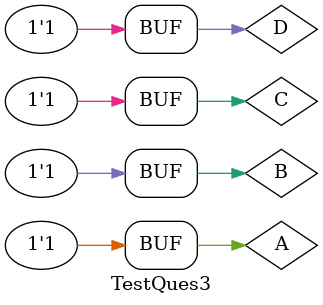
<source format=v>
`timescale 1ns / 1ps


module TestQues3;

	// Inputs
	reg A;
	reg B;
	reg C;
	reg D;

	// Outputs
	wire out;

	// Instantiate the Unit Under Test (UUT)
	Question3 uut (
		.A(A), 
		.B(B), 
		.C(C), 
		.D(D), 
		.out(out)
	);

	initial begin
		// Initialize Inputs
		A = 0;
		B = 0;
		C = 0;
		D = 0;

		// Wait 100 ns for global reset to finish
		#100;
        
		// Add stimulus here
		A = 1;
		B = 1;
		C = 0;
		D = 0;
		
		#100;
		
		A = 0;
		B = 1;
		C = 1;
		D = 1;
		
		#100;
		
		A = 1;
		B = 1;
		C = 1;
		D = 1;

	end
      
endmodule


</source>
